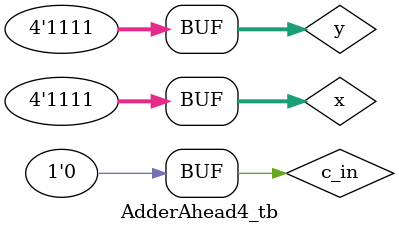
<source format=v>
module AdderAheadCarry (
    input [3:0] g,  // x & y
    input [3:0] p,  // x | y
    input c_in,
    output [4:1] c_out,
    output g4,
    output p4
);
    assign c_out[1] = g[0] | p[0] & c_in;  // (x & y) | (x | y) & c_in
    assign c_out[2] = g[1] | p[1] & g[0] | p[1] & p[0] & c_in;
    assign c_out[3] = g[2] | p[2] & g[1] | p[2] & p[1] & g[0] | p[2] & p[1] & p[0] & c_in;

    assign g4 = g[3] | p[3] & g[2] | p[3] & p[2] & g[1] | p[3] & p[2] & p[1] & g[0];
    assign p4 = p[3] & p[2] & p[1] & p[0];
    assign c_out[4] = g4 | p4 & c_in;
endmodule



module AdderAhead4 (
    input [3:0] x,
    input [3:0] y,
    input c_in,
    output [3:0] sum,
    output c_out,
    output g4,
    output p4
);
    wire [3:0] g;
    wire [3:0] p;
    wire [4:1] c;


    AdderAhead1 u1 (
        .x(x[0]),
        .y(y[0]),
        .c_in(c_in),
        .sum(sum[0]),
        .g(g[0]),
        .p(p[0])
    );
    AdderAhead1 u2 (
        .x(x[1]),
        .y(y[1]),
        .c_in(c[1]),
        .sum(sum[1]),
        .g(g[1]),
        .p(p[1])
    );
    AdderAhead1 u3 (
        .x(x[2]),
        .y(y[2]),
        .c_in(c[2]),
        .sum(sum[2]),
        .g(g[2]),
        .p(p[2])
    );
    AdderAhead1 u4 (
        .x(x[3]),
        .y(y[3]),
        .c_in(c[3]),
        .sum(sum[3]),
        .g(g[3]),
        .p(p[3])
    );
    AdderAheadCarry uut (
        .g(g[3:0]),
        .p(p[3:0]),
        .c_in(c_in),
        .c_out(c[4:1]),
        .g4(g4),
        .p4(p4)
    );
    assign c_out = c[4];
endmodule


module AdderAhead4_tb ();
    reg [3:0] x;
    reg [3:0] y;
    reg c_in;
    wire [3:0] sum;
    wire c_out;
    wire g4;
    wire p4;

    AdderAhead4 uut (
        .x(x),
        .y(y),
        .c_in(c_in),
        .sum(sum),
        .c_out(c_out),
        .g4(g4),
        .p4(p4)
    );

    initial begin
        #10 begin
            x = 4'b0000;
            y = 4'b0000;
            c_in = 1'b0;
        end

        #10 begin
            x = 4'b0001;
            y = 4'b0000;
            c_in = 1'b0;
        end

        #10 begin
            x = 4'b0001;
            y = 4'b0001;
            c_in = 1'b0;
        end

        #10 begin
            x = 4'b0001;
            y = 4'b0001;
            c_in = 1'b1;
        end

        #10 begin
            x = 4'b1111;
            y = 4'b1111;
            c_in = 1'b1;
        end

        #10 begin
            x = 4'b1111;
            y = 4'b1111;
            c_in = 1'b0;
        end

        #10 begin

        end
    end

    initial begin
        $dumpfile("wave.vcd");
        $dumpvars;
    end
endmodule

</source>
